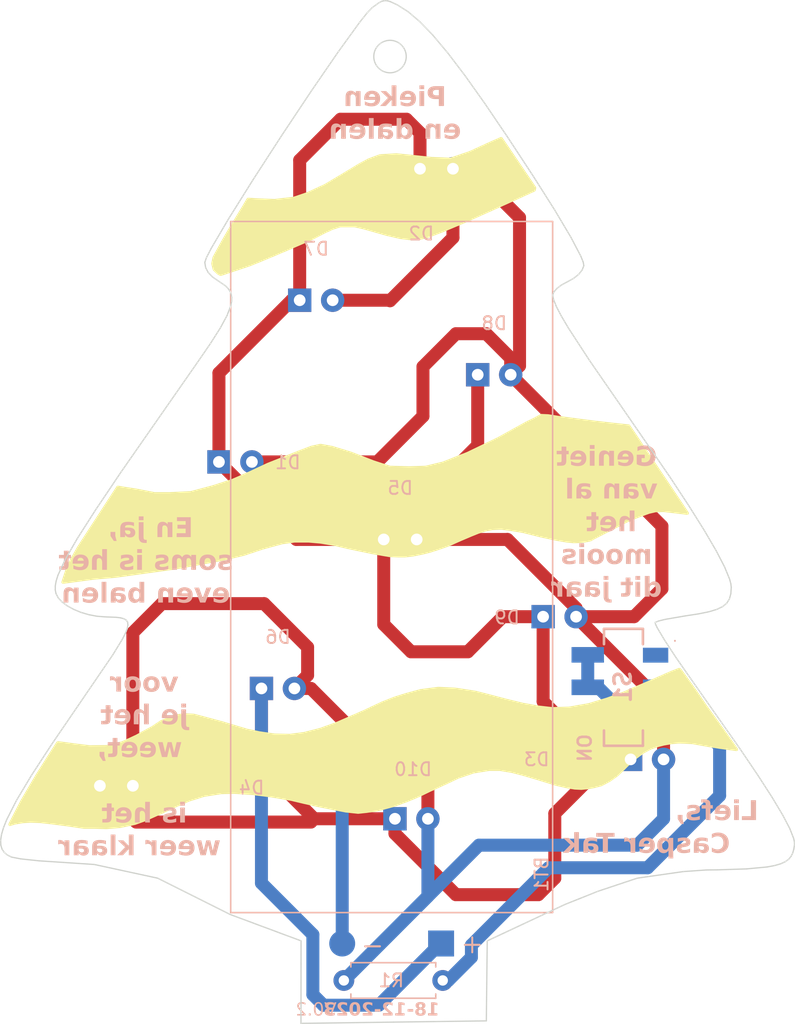
<source format=kicad_pcb>
(kicad_pcb (version 20221018) (generator pcbnew)
  (title_block (title "Christmas tree PCB") (date "2023-12-18") (rev "V0.2") (comment 1 "Casper R. Tak"))
  (layers (0 "F.Cu" signal) (31 "B.Cu" signal) (34 "B.Paste" user) (35 "F.Paste" user) (36 "B.SilkS" user "B.Silkscreen") (37 "F.SilkS" user "F.Silkscreen") (38 "B.Mask" user) (39 "F.Mask" user) (44 "Edge.Cuts" user))
  (net 0 "")
  (net 1 "Net-(BT1-+)")
  (net 2 "Net-(BT1--)")
  (net 3 "Net-(D1-A)")
  (net 4 "Net-(R1-Pad1)")
  (footprint "LED_THT:LED_D5.0mm_Clear" (layer "F.Cu") (at 126.492 78.486)
    (fp_text reference "D3" (at -7.239 0) (layer "B.SilkS") (effects (justify mirror)))
    (fp_text value "LED")
    (pad "1" thru_hole rect (at 0 0) (size 1.8 1.8) (drill 0.9) (layers "*.Cu" "*.Mask") (net 2 "Net-(BT1--)"))
    (pad "2" thru_hole circle (at 2.54 0) (size 1.8 1.8) (drill 0.9) (layers "*.Cu" "*.Mask") (net 3 "Net-(D1-A)"))
  )
  (footprint "LED_THT:LED_D5.0mm_Clear" (layer "F.Cu") (at 119.7494 67.502)
    (fp_text reference "D9" (at -2.78242 0.061984) (layer "B.SilkS") (effects (justify mirror)))
    (fp_text value "LED")
    (pad "1" thru_hole rect (at 0 0) (size 1.8 1.8) (drill 0.9) (layers "*.Cu" "*.Mask") (net 2 "Net-(BT1--)"))
    (pad "2" thru_hole circle (at 2.54 0) (size 1.8 1.8) (drill 0.9) (layers "*.Cu" "*.Mask") (net 3 "Net-(D1-A)"))
  )
  (footprint "LED_THT:LED_D5.0mm_Clear" (layer "F.Cu") (at 85.593 80.518)
    (fp_text reference "D4" (at 11.689 0.15) (layer "B.SilkS") (effects (justify mirror)))
    (fp_text value "LED")
    (pad "1" thru_hole rect (at 0 0) (size 1.8 1.8) (drill 0.9) (layers "*.Cu" "*.Mask") (net 2 "Net-(BT1--)"))
    (pad "2" thru_hole circle (at 2.54 0) (size 1.8 1.8) (drill 0.9) (layers "*.Cu" "*.Mask") (net 3 "Net-(D1-A)"))
  )
  (footprint "LED_THT:LED_D5.0mm_Clear" (layer "F.Cu") (at 98.044 73.025)
    (fp_text reference "D6" (at 1.27 -3.96) (layer "B.SilkS") (effects (justify mirror)))
    (fp_text value "LED")
    (pad "1" thru_hole rect (at 0 0) (size 1.8 1.8) (drill 0.9) (layers "*.Cu" "*.Mask") (net 2 "Net-(BT1--)"))
    (pad "2" thru_hole circle (at 2.54 0) (size 1.8 1.8) (drill 0.9) (layers "*.Cu" "*.Mask") (net 3 "Net-(D1-A)"))
  )
  (footprint "LED_THT:LED_D5.0mm_Clear" (layer "F.Cu") (at 94.7674 55.5879)
    (fp_text reference "D1" (at 5.3086 0.0381) (layer "B.SilkS") (effects (justify mirror)))
    (fp_text value "LED")
    (pad "1" thru_hole rect (at 0 0) (size 1.8 1.8) (drill 0.9) (layers "*.Cu" "*.Mask") (net 2 "Net-(BT1--)"))
    (pad "2" thru_hole circle (at 2.54 0) (size 1.8 1.8) (drill 0.9) (layers "*.Cu" "*.Mask") (net 3 "Net-(D1-A)"))
  )
  (footprint "LED_THT:LED_D5.0mm_Clear" (layer "F.Cu") (at 108.331 83.058)
    (fp_text reference "D10" (at 1.397 -3.81) (layer "B.SilkS") (effects (justify mirror)))
    (fp_text value "LED")
    (pad "1" thru_hole rect (at 0 0) (size 1.8 1.8) (drill 0.9) (layers "*.Cu" "*.Mask") (net 2 "Net-(BT1--)"))
    (pad "2" thru_hole circle (at 2.54 0) (size 1.8 1.8) (drill 0.9) (layers "*.Cu" "*.Mask") (net 3 "Net-(D1-A)"))
  )
  (footprint "LED_THT:LED_D5.0mm_Clear" (layer "F.Cu") (at 100.9904 43.1419)
    (fp_text reference "D7" (at 1.27 -3.96) (layer "B.SilkS") (effects (justify mirror)))
    (fp_text value "LED")
    (pad "1" thru_hole rect (at 0 0) (size 1.8 1.8) (drill 0.9) (layers "*.Cu" "*.Mask") (net 2 "Net-(BT1--)"))
    (pad "2" thru_hole circle (at 2.54 0) (size 1.8 1.8) (drill 0.9) (layers "*.Cu" "*.Mask") (net 3 "Net-(D1-A)"))
  )
  (footprint "LED_THT:LED_D5.0mm_Clear" (layer "F.Cu") (at 107.4674 61.5569)
    (fp_text reference "D5" (at 1.27 -3.96) (layer "B.SilkS") (effects (justify mirror)))
    (fp_text value "LED")
    (pad "1" thru_hole rect (at 0 0) (size 1.8 1.8) (drill 0.9) (layers "*.Cu" "*.Mask") (net 2 "Net-(BT1--)"))
    (pad "2" thru_hole circle (at 2.54 0) (size 1.8 1.8) (drill 0.9) (layers "*.Cu" "*.Mask") (net 3 "Net-(D1-A)"))
  )
  (footprint "LED_THT:LED_D5.0mm_Clear" (layer "F.Cu") (at 110.2614 33.02)
    (fp_text reference "D2" (at 0.1016 4.9911) (layer "B.SilkS") (effects (justify mirror)))
    (fp_text value "LED")
    (pad "1" thru_hole rect (at 0 0) (size 1.8 1.8) (drill 0.9) (layers "*.Cu" "*.Mask") (net 2 "Net-(BT1--)"))
    (pad "2" thru_hole circle (at 2.54 0) (size 1.8 1.8) (drill 0.9) (layers "*.Cu" "*.Mask") (net 3 "Net-(D1-A)"))
  )
  (footprint "LED_THT:LED_D5.0mm_Clear" (layer "F.Cu") (at 114.7094 48.877)
    (fp_text reference "D8" (at 1.27 -3.96) (layer "B.SilkS") (effects (justify mirror)))
    (fp_text value "LED")
    (pad "1" thru_hole rect (at 0 0) (size 1.8 1.8) (drill 0.9) (layers "*.Cu" "*.Mask") (net 2 "Net-(BT1--)"))
    (pad "2" thru_hole circle (at 2.54 0) (size 1.8 1.8) (drill 0.9) (layers "*.Cu" "*.Mask") (net 3 "Net-(D1-A)"))
  )
  (footprint "Battery:BatteryHolder_Keystone_2468_2xAAA" (layer "B.Cu") (at 114.427 87.5792 90)
    (fp_text reference "BT1" (at 0.254 5.207 270) (layer "B.SilkS") (effects (justify mirror)))
    (fp_text value "Battery" hide)
    (fp_text user "-" (at -5.1816 -7.8232) (layer "B.SilkS") (effects (font (size 1.5 1.5)) (justify mirror)))
    (fp_text user "+" (at -5.1816 -0.254 270) (layer "B.SilkS") (effects (font (size 1.5 1.5)) (justify mirror)))
    (fp_text user "-" (at -5.1816 -7.8232) (layer "B.SilkS") (effects (font (size 1.5 1.5)) (justify mirror)))
    (fp_text user "+" (at -5.1816 -0.254 270) (layer "B.SilkS") (effects (font (size 1.5 1.5)) (justify mirror)))
    (fp_line (start -2.7 -18.755) (end 50.5 -18.755) (stroke (width 0.12)) (layer "B.SilkS"))
    (fp_line (start -2.7 6.05) (end -2.7 -18.75) (stroke (width 0.12)) (layer "B.SilkS"))
    (fp_line (start 50.5 -18.75) (end 50.5 6.05) (stroke (width 0.12)) (layer "B.SilkS"))
    (fp_line (start 50.5 6.055) (end -2.7 6.055) (stroke (width 0.12)) (layer "B.SilkS"))
    (pad "1" smd rect (at -5.08 -2.54 90) (size 2 2) (layers "B.Cu" "B.Paste" "B.Mask") (net 2 "Net-(BT1--)"))
    (pad "2" smd circle (at -5.08 -10.16 90) (size 2 2) (layers "B.Cu" "B.Paste" "B.Mask") (net 1 "Net-(BT1-+)"))
  )
  (footprint "SamacSys_Parts:JS202011SCQN" (layer "B.Cu") (at 125.94 72.938 -90)
    (fp_text reference "S1" (at -0.04 0.044 90) (layer "B.SilkS") (effects (font (size 1.27 1.27) (thickness 0.254)) (justify mirror)))
    (fp_text value "JS202011SCQN" hide)
    (fp_line (start -4.5 -1.5) (end -3.323 -1.5) (stroke (width 0.2)) (layer "B.SilkS"))
    (fp_line (start -4.5 1.5) (end -4.5 -1.5) (stroke (width 0.2)) (layer "B.SilkS"))
    (fp_line (start -4.5 1.5) (end -3.323 1.5) (stroke (width 0.2)) (layer "B.SilkS"))
    (fp_line (start -3.614 -3.968) (end -3.614 -3.968) (stroke (width 0.07159)) (layer "B.SilkS"))
    (fp_line (start -3.542 -3.968) (end -3.542 -3.968) (stroke (width 0.07159)) (layer "B.SilkS"))
    (fp_line (start 4.5 -1.5) (end 3.323 -1.5) (stroke (width 0.2)) (layer "B.SilkS"))
    (fp_line (start 4.5 -1.5) (end 4.5 1.5) (stroke (width 0.2)) (layer "B.SilkS"))
    (fp_line (start 4.5 1.5) (end 3.323 1.5) (stroke (width 0.2)) (layer "B.SilkS"))
    (fp_arc (start -3.614 -3.968) (mid -3.578 -4.004) (end -3.542 -3.968) (stroke (width 0.07159)) (layer "B.SilkS"))
    (fp_arc (start -3.542 -3.968) (mid -3.578 -3.932) (end -3.614 -3.968) (stroke (width 0.07159)) (layer "B.SilkS"))
    (pad "1" smd rect (at -2.474 -2.4772 270) (size 1.148 1.9544) (layers "B.Cu" "B.Paste" "B.Mask"))
    (pad "2" smd rect (at 0 -2.75 270) (size 1.2 2.5) (layers "B.Cu" "B.Paste" "B.Mask"))
    (pad "3" smd rect (at 2.5 -2.75 270) (size 1.2 2.5) (layers "B.Cu" "B.Paste" "B.Mask"))
    (pad "4" smd rect (at 2.5 2.75 270) (size 1.2 2.5) (layers "B.Cu" "B.Paste" "B.Mask") (net 1 "Net-(BT1-+)"))
    (pad "5" smd rect (at 0 2.75 270) (size 1.2 2.5) (layers "B.Cu" "B.Paste" "B.Mask") (net 4 "Net-(R1-Pad1)"))
    (pad "6" smd rect (at -2.5 2.75 270) (size 1.2 2.5) (layers "B.Cu" "B.Paste" "B.Mask") (net 4 "Net-(R1-Pad1)"))
  )
  (footprint "Resistor_THT:R_Axial_DIN0207_L6.3mm_D2.5mm_P7.62mm_Horizontal" (layer "B.Cu") (at 112.014 95.504 180)
    (fp_text reference "R1" (at 3.9624 0) (layer "B.SilkS") (effects (justify mirror)))
    (fp_text value "0")
    (fp_line (start 0.54 -1.37) (end 7.08 -1.37) (stroke (width 0.12)) (layer "B.SilkS"))
    (fp_line (start 0.54 -1.04) (end 0.54 -1.37) (stroke (width 0.12)) (layer "B.SilkS"))
    (fp_line (start 0.54 1.04) (end 0.54 1.37) (stroke (width 0.12)) (layer "B.SilkS"))
    (fp_line (start 0.54 1.37) (end 7.08 1.37) (stroke (width 0.12)) (layer "B.SilkS"))
    (fp_line (start 7.08 -1.37) (end 7.08 -1.04) (stroke (width 0.12)) (layer "B.SilkS"))
    (fp_line (start 7.08 1.37) (end 7.08 1.04) (stroke (width 0.12)) (layer "B.SilkS"))
    (pad "1" thru_hole circle (at 0 0 180) (size 1.6 1.6) (drill 0.8) (layers "*.Cu" "*.Mask") (net 4 "Net-(R1-Pad1)"))
    (pad "2" thru_hole oval (at 7.62 0 180) (size 1.6 1.6) (drill 0.8) (layers "*.Cu" "*.Mask") (net 3 "Net-(D1-A)"))
  )
  (gr_line (start 107.517155 20.080809) (end 107.718021 20.085205) (stroke (width 0.1)) (layer "Edge.Cuts"))
  (gr_line (start 115.373525 98.615004) (end 108.229775 98.710505) (stroke (width 0.1)) (layer "Edge.Cuts"))
  (gr_line (start 137.016199 86.76667) (end 135.434568 86.915738) (stroke (width 0.1)) (layer "Edge.Cuts"))
  (gr_line (start 86.85029 67.548731) (end 85.993447 67.516543) (stroke (width 0.1)) (layer "Edge.Cuts"))
  (gr_line (start 122.652776 39.747479) (end 122.839028 40.209685) (stroke (width 0.1)) (layer "Edge.Cuts"))
  (gr_line (start 133.73338 63.670672) (end 134.119449 64.608967) (stroke (width 0.1)) (layer "Edge.Cuts"))
  (gr_line (start 95.269146 42.033181) (end 94.733796 41.667183) (stroke (width 0.1)) (layer "Edge.Cuts"))
  (gr_line (start 95.747545 43.221208) (end 95.755169 42.933175) (stroke (width 0.1)) (layer "Edge.Cuts"))
  (gr_line (start 79.513647 86.148962) (end 78.786262 86.008245) (stroke (width 0.1)) (layer "Edge.Cuts"))
  (gr_line (start 84.734574 67.346988) (end 84.134238 67.169252) (stroke (width 0.1)) (layer "Edge.Cuts"))
  (gr_line (start 107.718021 20.085205) (end 107.938793 20.141735) (stroke (width 0.1)) (layer "Edge.Cuts"))
  (gr_line (start 138.986479 85.689199) (end 138.859415 85.947523) (stroke (width 0.1)) (layer "Edge.Cuts"))
  (gr_line (start 83.090232 66.674524) (end 82.685947 66.376195) (stroke (width 0.1)) (layer "Edge.Cuts"))
  (gr_line (start 132.334 86.998079) (end 130.556 87.122) (stroke (width 0.1)) (layer "Edge.Cuts"))
  (gr_line (start 87.727433 67.919845) (end 87.620352 67.76372) (stroke (width 0.1)) (layer "Edge.Cuts"))
  (gr_line (start 134.247136 65.24431) (end 134.215965 65.730494) (stroke (width 0.1)) (layer "Edge.Cuts"))
  (gr_line (start 125.73843 51.26398) (end 129.515102 56.739782) (stroke (width 0.1)) (layer "Edge.Cuts"))
  (gr_line (start 120.779001 43.645214) (end 121.155962 44.36525) (stroke (width 0.1)) (layer "Edge.Cuts"))
  (gr_line (start 138.408814 86.362944) (end 138.055206 86.524529) (stroke (width 0.1)) (layer "Edge.Cuts"))
  (gr_line (start 94.871891 45.279882) (end 95.39468 44.313487) (stroke (width 0.1)) (layer "Edge.Cuts"))
  (gr_line (start 134.119449 64.608967) (end 134.215309 64.964045) (stroke (width 0.1)) (layer "Edge.Cuts"))
  (gr_line (start 80.324816 79.706022) (end 81.893004 77.304402) (stroke (width 0.1)) (layer "Edge.Cuts"))
  (gr_line (start 133.586126 66.723865) (end 133.129796 66.942146) (stroke (width 0.1)) (layer "Edge.Cuts"))
  (gr_line (start 79.17146 81.630447) (end 80.324816 79.706022) (stroke (width 0.1)) (layer "Edge.Cuts"))
  (gr_line (start 122.839028 40.209685) (end 122.88625 40.479702) (stroke (width 0.1)) (layer "Edge.Cuts"))
  (gr_line (start 113.737283 25.861279) (end 115.246459 27.982725) (stroke (width 0.1)) (layer "Edge.Cuts"))
  (gr_line (start 78.40891 83.132352) (end 79.17146 81.630447) (stroke (width 0.1)) (layer "Edge.Cuts"))
  (gr_line (start 139.053337 84.562717) (end 139.114111 84.841875) (stroke (width 0.1)) (layer "Edge.Cuts"))
  (gr_line (start 128.407076 68.06844) (end 128.541553 68.352071) (stroke (width 0.1)) (layer "Edge.Cuts"))
  (gr_line (start 95.631 90.424) (end 90.043 87.63) (stroke (width 0.1)) (layer "Edge.Cuts"))
  (gr_line (start 82.362486 64.307824) (end 82.902586 63.133449) (stroke (width 0.1)) (layer "Edge.Cuts"))
  (gr_line (start 129.166681 67.704582) (end 128.640134 67.834991) (stroke (width 0.1)) (layer "Edge.Cuts"))
  (gr_line (start 101.094987 92.456) (end 95.631 90.424) (stroke (width 0.1)) (layer "Edge.Cuts"))
  (gr_line (start 134.215965 65.730494) (end 134.108928 66.130705) (stroke (width 0.1)) (layer "Edge.Cuts"))
  (gr_line (start 84.134238 67.169252) (end 83.57956 66.941987) (stroke (width 0.1)) (layer "Edge.Cuts"))
  (gr_line (start 139.114111 84.841875) (end 139.119308 85.0601) (stroke (width 0.1)) (layer "Edge.Cuts"))
  (gr_line (start 121.412 89.662) (end 115.443 92.456) (stroke (width 0.1)) (layer "Edge.Cuts"))
  (gr_line (start 122.49061 41.1468) (end 122.1066 41.456702) (stroke (width 0.1)) (layer "Edge.Cuts"))
  (gr_line (start 93.091017 47.957394) (end 94.10735 46.481702) (stroke (width 0.1)) (layer "Edge.Cuts"))
  (gr_line (start 129.515102 56.739782) (end 130.979791 58.96398) (stroke (width 0.1)) (layer "Edge.Cuts"))
  (gr_line (start 139.068098 85.39414) (end 138.986479 85.689199) (stroke (width 0.1)) (layer "Edge.Cuts"))
  (gr_line (start 135.434568 86.915738) (end 133.190033 86.989686) (stroke (width 0.1)) (layer "Edge.Cuts"))
  (gr_line (start 132.516469 67.125115) (end 131.725863 67.285438) (stroke (width 0.1)) (layer "Edge.Cuts"))
  (gr_line (start 87.32627 69.233369) (end 87.557093 68.781631) (stroke (width 0.1)) (layer "Edge.Cuts"))
  (gr_line (start 138.211242 82.767612) (end 138.75641 83.807774) (stroke (width 0.1)) (layer "Edge.Cuts"))
  (gr_line (start 106.569042 20.623574) (end 107.106398 20.23622) (stroke (width 0.1)) (layer "Edge.Cuts"))
  (gr_line (start 85.993447 67.516543) (end 85.360874 67.465862) (stroke (width 0.1)) (layer "Edge.Cuts"))
  (gr_line (start 131.725863 67.285438) (end 130.737695 67.435779) (stroke (width 0.1)) (layer "Edge.Cuts"))
  (gr_line (start 108.508797 20.403393) (end 109.342444 20.930297) (stroke (width 0.1)) (layer "Edge.Cuts"))
  (gr_line (start 87.436432 67.656494) (end 87.178726 67.588165) (stroke (width 0.1)) (layer "Edge.Cuts"))
  (gr_line (start 107.319009 20.130497) (end 107.517155 20.080809) (stroke (width 0.1)) (layer "Edge.Cuts"))
  (gr_line (start 80.912621 86.295416) (end 79.513647 86.148962) (stroke (width 0.1)) (layer "Edge.Cuts"))
  (gr_line (start 85.267149 59.272063) (end 87.233761 56.352918) (stroke (width 0.1)) (layer "Edge.Cuts"))
  (gr_line (start 93.940494 41.007503) (end 93.743241 40.633823) (stroke (width 0.1)) (layer "Edge.Cuts"))
  (gr_line (start 122.75971 40.812035) (end 122.49061 41.1468) (stroke (width 0.1)) (layer "Edge.Cuts"))
  (gr_line (start 93.807411 39.855057) (end 94.175399 39.142082) (stroke (width 0.1)) (layer "Edge.Cuts"))
  (gr_line (start 87.178726 67.588165) (end 86.85029 67.548731) (stroke (width 0.1)) (layer "Edge.Cuts"))
  (gr_line (start 95.709886 42.675162) (end 95.612951 42.442362) (stroke (width 0.1)) (layer "Edge.Cuts"))
  (gr_line (start 82.902586 63.133449) (end 83.847116 61.493551) (stroke (width 0.1)) (layer "Edge.Cuts"))
  (gr_line (start 130.979791 58.96398) (end 132.16806 60.855588) (stroke (width 0.1)) (layer "Edge.Cuts"))
  (gr_line (start 78.01314 84.266409) (end 78.166679 83.741944) (stroke (width 0.1)) (layer "Edge.Cuts"))
  (gr_line (start 136.307033 79.721001) (end 137.400545 81.414574) (stroke (width 0.1)) (layer "Edge.Cuts"))
  (gr_line (start 133.129796 66.942146) (end 132.516469 67.125115) (stroke (width 0.1)) (layer "Edge.Cuts"))
  (gr_line (start 139.119308 85.0601) (end 139.068098 85.39414) (stroke (width 0.1)) (layer "Edge.Cuts"))
  (gr_line (start 82.221887 64.75671) (end 82.362486 64.307824) (stroke (width 0.1)) (layer "Edge.Cuts"))
  (gr_line (start 97.395174 33.867902) (end 99.609344 30.453326) (stroke (width 0.1)) (layer "Edge.Cuts"))
  (gr_line (start 95.465619 42.229971) (end 95.269146 42.033181) (stroke (width 0.1)) (layer "Edge.Cuts"))
  (gr_line (start 94.175399 39.142082) (end 95.499209 36.892893) (stroke (width 0.1)) (layer "Edge.Cuts"))
  (gr_line (start 130.016249 70.685711) (end 131.156738 72.320501) (stroke (width 0.1)) (layer "Edge.Cuts"))
  (gr_line (start 109.342444 20.930297) (end 110.253035 21.702966) (stroke (width 0.1)) (layer "Edge.Cuts"))
  (gr_line (start 134.913419 77.659237) (end 136.307033 79.721001) (stroke (width 0.1)) (layer "Edge.Cuts"))
  (gr_line (start 87.698858 68.418799) (end 87.75462 68.134871) (stroke (width 0.1)) (layer "Edge.Cuts"))
  (gr_line (start 123.328007 47.783245) (end 125.73843 51.26398) (stroke (width 0.1)) (layer "Edge.Cuts"))
  (gr_line (start 130.556 87.122) (end 127 87.63) (stroke (width 0.1)) (layer "Edge.Cuts"))
  (gr_line (start 95.612951 42.442362) (end 95.465619 42.229971) (stroke (width 0.1)) (layer "Edge.Cuts"))
  (gr_line (start 85.360874 67.465862) (end 84.734574 67.346988) (stroke (width 0.1)) (layer "Edge.Cuts"))
  (gr_line (start 78.470715 85.851025) (end 78.225842 85.649682) (stroke (width 0.1)) (layer "Edge.Cuts"))
  (gr_line (start 86.58523 70.443568) (end 87.32627 69.233369) (stroke (width 0.1)) (layer "Edge.Cuts"))
  (gr_line (start 93.743241 40.633823) (end 93.677695 40.22925) (stroke (width 0.1)) (layer "Edge.Cuts"))
  (gr_line (start 131.156738 72.320501) (end 134.913419 77.659237) (stroke (width 0.1)) (layer "Edge.Cuts"))
  (gr_line (start 81.893004 77.304402) (end 83.90005 74.370914) (stroke (width 0.1)) (layer "Edge.Cuts"))
  (gr_line (start 129.114248 69.314996) (end 130.016249 70.685711) (stroke (width 0.1)) (layer "Edge.Cuts"))
  (gr_line (start 128.541553 68.352071) (end 129.114248 69.314996) (stroke (width 0.1)) (layer "Edge.Cuts"))
  (gr_line (start 95.685759 43.544067) (end 95.747545 43.221208) (stroke (width 0.1)) (layer "Edge.Cuts"))
  (gr_line (start 121.635331 41.71445) (end 121.190155 41.951636) (stroke (width 0.1)) (layer "Edge.Cuts"))
  (gr_line (start 82.685947 66.376195) (end 82.386398 66.056331) (stroke (width 0.1)) (layer "Edge.Cuts"))
  (gr_line (start 134.215309 64.964045) (end 134.247136 65.24431) (stroke (width 0.1)) (layer "Edge.Cuts"))
  (gr_line (start 118.960934 33.548059) (end 120.640791 36.194551) (stroke (width 0.1)) (layer "Edge.Cuts"))
  (gr_line (start 137.400545 81.414574) (end 138.211242 82.767612) (stroke (width 0.1)) (layer "Edge.Cuts"))
  (gr_circle (center 107.95 24.384) (end 108.458 23.241) (stroke (width 0.1)) (fill none) (layer "Edge.Cuts"))
  (gr_line (start 95.499209 36.892893) (end 97.395174 33.867902) (stroke (width 0.1)) (layer "Edge.Cuts"))
  (gr_line (start 127 87.63) (end 123.952 88.646) (stroke (width 0.1)) (layer "Edge.Cuts"))
  (gr_line (start 83.90005 74.370914) (end 86.58523 70.443568) (stroke (width 0.1)) (layer "Edge.Cuts"))
  (gr_line (start 99.609344 30.453326) (end 101.887767 27.035387) (stroke (width 0.1)) (layer "Edge.Cuts"))
  (gr_line (start 83.57956 66.941987) (end 83.090232 66.674524) (stroke (width 0.1)) (layer "Edge.Cuts"))
  (gr_line (start 87.233761 56.352918) (end 93.091017 47.957394) (stroke (width 0.1)) (layer "Edge.Cuts"))
  (gr_line (start 82.211277 65.724265) (end 82.155166 65.450423) (stroke (width 0.1)) (layer "Edge.Cuts"))
  (gr_line (start 82.386398 66.056331) (end 82.211277 65.724265) (stroke (width 0.1)) (layer "Edge.Cuts"))
  (gr_line (start 87.557093 68.781631) (end 87.698858 68.418799) (stroke (width 0.1)) (layer "Edge.Cuts"))
  (gr_line (start 122.1066 41.456702) (end 121.635331 41.71445) (stroke (width 0.1)) (layer "Edge.Cuts"))
  (gr_line (start 138.75641 83.807774) (end 139.053337 84.562717) (stroke (width 0.1)) (layer "Edge.Cuts"))
  (gr_line (start 108.229775 98.710505) (end 101.086025 98.806) (stroke (width 0.1)) (layer "Edge.Cuts"))
  (gr_line (start 138.671872 86.171357) (end 138.408814 86.362944) (stroke (width 0.1)) (layer "Edge.Cuts"))
  (gr_line (start 120.825595 42.224394) (end 120.579271 42.499015) (stroke (width 0.1)) (layer "Edge.Cuts"))
  (gr_line (start 121.700133 45.284678) (end 123.328007 47.783245) (stroke (width 0.1)) (layer "Edge.Cuts"))
  (gr_line (start 115.246459 27.982725) (end 116.977982 30.532794) (stroke (width 0.1)) (layer "Edge.Cuts"))
  (gr_line (start 110.253035 21.702966) (end 111.269652 22.757972) (stroke (width 0.1)) (layer "Edge.Cuts"))
  (gr_line (start 101.887767 27.035387) (end 103.976492 24.000302) (stroke (width 0.1)) (layer "Edge.Cuts"))
  (gr_line (start 94.10735 46.481702) (end 94.871891 45.279882) (stroke (width 0.1)) (layer "Edge.Cuts"))
  (gr_line (start 101.094987 92.456) (end 101.089012 98.806) (stroke (width 0.1)) (layer "Edge.Cuts"))
  (gr_line (start 128.388982 67.94065) (end 128.407076 68.06844) (stroke (width 0.1)) (layer "Edge.Cuts"))
  (gr_line (start 134.108928 66.130705) (end 133.905742 66.457607) (stroke (width 0.1)) (layer "Edge.Cuts"))
  (gr_line (start 77.960126 85.087295) (end 77.94529 84.712582) (stroke (width 0.1)) (layer "Edge.Cuts"))
  (gr_line (start 120.640791 36.194551) (end 121.887848 38.29006) (stroke (width 0.1)) (layer "Edge.Cuts"))
  (gr_line (start 115.443 92.456) (end 115.373525 98.615004) (stroke (width 0.1)) (layer "Edge.Cuts"))
  (gr_line (start 82.155166 65.450423) (end 82.155741 65.13274) (stroke (width 0.1)) (layer "Edge.Cuts"))
  (gr_line (start 121.155962 44.36525) (end 121.700133 45.284678) (stroke (width 0.1)) (layer "Edge.Cuts"))
  (gr_line (start 120.488803 42.741789) (end 120.559773 43.109189) (stroke (width 0.1)) (layer "Edge.Cuts"))
  (gr_line (start 93.677695 40.22925) (end 93.807411 39.855057) (stroke (width 0.1)) (layer "Edge.Cuts"))
  (gr_line (start 122.88625 40.479702) (end 122.75971 40.812035) (stroke (width 0.1)) (layer "Edge.Cuts"))
  (gr_line (start 77.94529 84.712582) (end 78.01314 84.266409) (stroke (width 0.1)) (layer "Edge.Cuts"))
  (gr_line (start 121.887848 38.29006) (end 122.652776 39.747479) (stroke (width 0.1)) (layer "Edge.Cuts"))
  (gr_line (start 121.190155 41.951636) (end 120.825595 42.224394) (stroke (width 0.1)) (layer "Edge.Cuts"))
  (gr_line (start 87.75462 68.134871) (end 87.727433 67.919845) (stroke (width 0.1)) (layer "Edge.Cuts"))
  (gr_line (start 123.952 88.646) (end 121.412 89.662) (stroke (width 0.1)) (layer "Edge.Cuts"))
  (gr_line (start 132.16806 60.855588) (end 133.08442 62.422016) (stroke (width 0.1)) (layer "Edge.Cuts"))
  (gr_line (start 94.733796 41.667183) (end 94.270372 41.351539) (stroke (width 0.1)) (layer "Edge.Cuts"))
  (gr_line (start 90.043 87.63) (end 85.162473 86.576134) (stroke (width 0.1)) (layer "Edge.Cuts"))
  (gr_line (start 105.621567 21.734291) (end 106.198376 21.010382) (stroke (width 0.1)) (layer "Edge.Cuts"))
  (gr_line (start 120.559773 43.109189) (end 120.779001 43.645214) (stroke (width 0.1)) (layer "Edge.Cuts"))
  (gr_line (start 78.225842 85.649682) (end 78.054644 85.397384) (stroke (width 0.1)) (layer "Edge.Cuts"))
  (gr_line (start 116.977982 30.532794) (end 118.960934 33.548059) (stroke (width 0.1)) (layer "Edge.Cuts"))
  (gr_line (start 133.905742 66.457607) (end 133.586126 66.723865) (stroke (width 0.1)) (layer "Edge.Cuts"))
  (gr_line (start 82.155741 65.13274) (end 82.221887 64.75671) (stroke (width 0.1)) (layer "Edge.Cuts"))
  (gr_line (start 85.162473 86.576134) (end 80.912621 86.295416) (stroke (width 0.1)) (layer "Edge.Cuts"))
  (gr_line (start 106.198376 21.010382) (end 106.569042 20.623574) (stroke (width 0.1)) (layer "Edge.Cuts"))
  (gr_line (start 130.737695 67.435779) (end 129.166681 67.704582) (stroke (width 0.1)) (layer "Edge.Cuts"))
  (gr_line (start 83.847116 61.493551) (end 85.267149 59.272063) (stroke (width 0.1)) (layer "Edge.Cuts"))
  (gr_line (start 133.08442 62.422016) (end 133.73338 63.670672) (stroke (width 0.1)) (layer "Edge.Cuts"))
  (gr_line (start 128.640134 67.834991) (end 128.388982 67.94065) (stroke (width 0.1)) (layer "Edge.Cuts"))
  (gr_line (start 133.190033 86.989686) (end 132.334 86.998079) (stroke (width 0.1)) (layer "Edge.Cuts"))
  (gr_line (start 87.620352 67.76372) (end 87.436432 67.656494) (stroke (width 0.1)) (layer "Edge.Cuts"))
  (gr_line (start 138.859415 85.947523) (end 138.671872 86.171357) (stroke (width 0.1)) (layer "Edge.Cuts"))
  (gr_line (start 78.054644 85.397384) (end 77.960126 85.087295) (stroke (width 0.1)) (layer "Edge.Cuts"))
  (gr_line (start 78.786262 86.008245) (end 78.470715 85.851025) (stroke (width 0.1)) (layer "Edge.Cuts"))
  (gr_line (start 94.270372 41.351539) (end 93.940494 41.007503) (stroke (width 0.1)) (layer "Edge.Cuts"))
  (gr_line (start 107.938793 20.141735) (end 108.508797 20.403393) (stroke (width 0.1)) (layer "Edge.Cuts"))
  (gr_line (start 103.976492 24.000302) (end 105.621567 21.734291) (stroke (width 0.1)) (layer "Edge.Cuts"))
  (gr_line (start 111.269652 22.757972) (end 112.421374 24.131886) (stroke (width 0.1)) (layer "Edge.Cuts"))
  (gr_line (start 78.166679 83.741944) (end 78.40891 83.132352) (stroke (width 0.1)) (layer "Edge.Cuts"))
  (gr_line (start 112.421374 24.131886) (end 113.737283 25.861279) (stroke (width 0.1)) (layer "Edge.Cuts"))
  (gr_line (start 95.755169 42.933175) (end 95.709886 42.675162) (stroke (width 0.1)) (layer "Edge.Cuts"))
  (gr_line (start 107.106398 20.23622) (end 107.319009 20.130497) (stroke (width 0.1)) (layer "Edge.Cuts"))
  (gr_line (start 137.596013 86.658356) (end 137.016199 86.76667) (stroke (width 0.1)) (layer "Edge.Cuts"))
  (gr_line (start 120.579271 42.499015) (end 120.488803 42.741789) (stroke (width 0.1)) (layer "Edge.Cuts"))
  (gr_line (start 138.055206 86.524529) (end 137.596013 86.658356) (stroke (width 0.1)) (layer "Edge.Cuts"))
  (gr_line (start 95.39468 44.313487) (end 95.685759 43.544067) (stroke (width 0.1)) (layer "Edge.Cuts"))
  (gr_text " Geniet \nvan al \nhet \nmoois\ndit jaar" (at 124.6378 60.2996) (layer "B.SilkS") (effects (font (size 1.5 1.5) (thickness 0.3) bold) (justify mirror)))
  (gr_text "Pieken\nen dalen" (at 108.331 28.829) (layer "B.SilkS") (effects (font (size 1.5 1.5) (thickness 0.3) bold) (justify mirror)))
  (gr_text "voor \nje het \nweet,\n\nis het \nweer klaar" (at 88.646 78.9432) (layer "B.SilkS") (effects (font (size 1.5 1.5) (thickness 0.3) bold) (justify mirror)))
  (gr_text "V0.2\n" (at 103.8352 97.79) (layer "B.SilkS") (effects (font (size 1 1) (thickness 0.125)) (justify left mirror)))
  (gr_text "En ja, \nsoms is het\neven balen\n" (at 89.1286 63.2714) (layer "B.SilkS") (effects (font (size 1.5 1.5) (thickness 0.3) bold) (justify mirror)))
  (gr_text "18-12-2023\n" (at 111.76 97.79) (layer "B.SilkS") (effects (font (size 1 1) (thickness 0.2) bold) (justify left mirror)))
  (gr_text "Liefs,\n   Casper Tak\n" (at 136.3472 83.7946) (layer "B.SilkS") (effects (font (size 1.5 1.5) (thickness 0.375) bold) (justify left mirror)))
  (gr_text "ON\n" (at 123.5456 76.4286 90) (layer "B.SilkS") (effects (font (size 1 1) (thickness 0.2) bold) (justify left bottom mirror)))
  (segment (start 123.19 75.438) (end 108.2294 75.438) (width 1) (layer "B.Cu") (net 1))
  (segment (start 108.2294 75.438) (end 104.267 79.4004) (width 1) (layer "B.Cu") (net 1))
  (segment (start 104.267 79.4004) (end 104.267 92.6592) (width 1) (layer "B.Cu") (net 1))
  (segment (start 109.5756 70.2056) (end 113.9444 70.2056) (width 1) (layer "F.Cu") (net 2))
  (segment (start 88.392 83.312) (end 101.854 83.312) (width 1) (layer "F.Cu") (net 2))
  (segment (start 94.7674 48.7426) (end 94.7674 55.5879) (width 1) (layer "F.Cu") (net 2))
  (segment (start 120.65 82.6516) (end 124.8156 78.486) (width 1) (layer "F.Cu") (net 2))
  (segment (start 100.3681 43.1419) (end 94.7674 48.7426) (width 1) (layer "F.Cu") (net 2))
  (segment (start 108.331 84.201) (end 113.03 88.9) (width 1) (layer "F.Cu") (net 2))
  (segment (start 114.7094 48.877) (end 114.7094 54.3149) (width 1) (layer "F.Cu") (net 2))
  (segment (start 100.9904 43.1419) (end 100.3681 43.1419) (width 1) (layer "F.Cu") (net 2))
  (segment (start 101.854 83.312) (end 102.108 83.058) (width 1) (layer "F.Cu") (net 2))
  (segment (start 98.044 73.025) (end 98.044 78.994) (width 1) (layer "F.Cu") (net 2))
  (segment (start 85.598 80.518) (end 88.392 83.312) (width 1) (layer "F.Cu") (net 2))
  (segment (start 119.7494 74.0294) (end 119.7494 67.502) (width 1) (layer "F.Cu") (net 2))
  (segment (start 110.2614 30.2514) (end 109.22 29.21) (width 1) (layer "F.Cu") (net 2))
  (segment (start 107.4674 68.0974) (end 109.5756 70.2056) (width 1) (layer "F.Cu") (net 2))
  (segment (start 119.38 88.9) (end 120.65 87.63) (width 1) (layer "F.Cu") (net 2))
  (segment (start 126.492 78.486) (end 124.206 78.486) (width 1) (layer "F.Cu") (net 2))
  (segment (start 124.8156 78.486) (end 126.492 78.486) (width 1) (layer "F.Cu") (net 2))
  (segment (start 114.7094 54.3149) (end 107.4674 61.5569) (width 1) (layer "F.Cu") (net 2))
  (segment (start 100.9904 32.3596) (end 100.9904 43.1419) (width 1) (layer "F.Cu") (net 2))
  (segment (start 107.4674 61.5569) (end 100.7364 61.5569) (width 1) (layer "F.Cu") (net 2))
  (segment (start 120.65 87.63) (end 120.65 82.6516) (width 1) (layer "F.Cu") (net 2))
  (segment (start 113.03 88.9) (end 119.38 88.9) (width 1) (layer "F.Cu") (net 2))
  (segment (start 108.331 83.058) (end 108.331 84.201) (width 1) (layer "F.Cu") (net 2))
  (segment (start 113.9444 70.2056) (end 116.648 67.502) (width 1) (layer "F.Cu") (net 2))
  (segment (start 107.4674 61.5569) (end 107.4674 68.0974) (width 1) (layer "F.Cu") (net 2))
  (segment (start 85.593 80.518) (end 85.598 80.518) (width 1) (layer "F.Cu") (net 2))
  (segment (start 116.648 67.502) (end 119.7494 67.502) (width 1) (layer "F.Cu") (net 2))
  (segment (start 98.044 78.994) (end 102.108 83.058) (width 1) (layer "F.Cu") (net 2))
  (segment (start 110.2614 33.02) (end 110.2614 30.2514) (width 1) (layer "F.Cu") (net 2))
  (segment (start 109.22 29.21) (end 104.14 29.21) (width 1) (layer "F.Cu") (net 2))
  (segment (start 104.14 29.21) (end 100.9904 32.3596) (width 1) (layer "F.Cu") (net 2))
  (segment (start 102.108 83.058) (end 108.331 83.058) (width 1) (layer "F.Cu") (net 2))
  (segment (start 100.7364 61.5569) (end 94.7674 55.5879) (width 1) (layer "F.Cu") (net 2))
  (segment (start 124.206 78.486) (end 119.7494 74.0294) (width 1) (layer "F.Cu") (net 2))
  (segment (start 111.887 92.6592) (end 111.8362 92.6592) (width 1) (layer "B.Cu") (net 2))
  (segment (start 102.0064 96.5962) (end 102.0064 91.9734) (width 1) (layer "B.Cu") (net 2))
  (segment (start 102.8192 97.409) (end 102.0064 96.5962) (width 1) (layer "B.Cu") (net 2))
  (segment (start 111.8108 92.6592) (end 111.887 92.6592) (width 1) (layer "B.Cu") (net 2))
  (segment (start 107.0864 97.409) (end 102.8192 97.409) (width 1) (layer "B.Cu") (net 2))
  (segment (start 102.0064 91.9734) (end 98.044 88.011) (width 1) (layer "B.Cu") (net 2))
  (segment (start 98.044 88.011) (end 98.044 73.025) (width 1) (layer "B.Cu") (net 2))
  (segment (start 111.8362 92.6592) (end 107.0864 97.409) (width 1) (layer "B.Cu") (net 2))
  (segment (start 110.871 79.121) (end 110.871 83.058) (width 1) (layer "F.Cu") (net 3))
  (segment (start 105.031792 76.2) (end 107.95 76.2) (width 1) (layer "F.Cu") (net 3))
  (segment (start 90.365314 66.4972) (end 98.2472 66.4972) (width 1) (layer "F.Cu") (net 3))
  (segment (start 128.905 60.5326) (end 128.905 65.3542) (width 1) (layer "F.Cu") (net 3))
  (segment (start 114.173 33.02) (end 117.9322 36.7792) (width 1) (layer "F.Cu") (net 3))
  (segment (start 107.9119 43.1419) (end 103.5304 43.1419) (width 1) (layer "F.Cu") (net 3))
  (segment (start 112.8014 33.02) (end 112.8014 38.3286) (width 1) (layer "F.Cu") (net 3))
  (segment (start 126.7572 67.502) (end 122.2894 67.502) (width 1) (layer "F.Cu") (net 3))
  (segment (start 112.8014 33.02) (end 114.173 33.02) (width 1) (layer "F.Cu") (net 3))
  (segment (start 110.0074 61.5569) (end 117.0043 61.5569) (width 1) (layer "F.Cu") (net 3))
  (segment (start 98.2472 66.4972) (end 101.6 69.85) (width 1) (layer "F.Cu") (net 3))
  (segment (start 110.49 52.07) (end 110.49 48.26) (width 1) (layer "F.Cu") (net 3))
  (segment (start 101.856792 73.025) (end 105.031792 76.2) (width 1) (layer "F.Cu") (net 3))
  (segment (start 101.6 69.85) (end 101.6 72.009) (width 1) (layer "F.Cu") (net 3))
  (segment (start 107.95 76.2) (end 110.871 79.121) (width 1) (layer "F.Cu") (net 3))
  (segment (start 100.584 73.025) (end 101.856792 73.025) (width 1) (layer "F.Cu") (net 3))
  (segment (start 129.032 74.2446) (end 129.032 78.486) (width 1) (layer "F.Cu") (net 3))
  (segment (start 117.2494 47.604208) (end 117.2494 48.877) (width 1) (layer "F.Cu") (net 3))
  (segment (start 88.133 68.729514) (end 90.365314 66.4972) (width 1) (layer "F.Cu") (net 3))
  (segment (start 117.9322 48.1942) (end 117.2494 48.877) (width 1) (layer "F.Cu") (net 3))
  (segment (start 107.95 43.18) (end 107.9119 43.1419) (width 1) (layer "F.Cu") (net 3))
  (segment (start 106.9721 55.5879) (end 110.49 52.07) (width 1) (layer "F.Cu") (net 3))
  (segment (start 115.365192 45.72) (end 117.2494 47.604208) (width 1) (layer "F.Cu") (net 3))
  (segment (start 122.2894 67.502) (end 129.032 74.2446) (width 1) (layer "F.Cu") (net 3))
  (segment (start 122.2894 66.842) (end 122.2894 67.502) (width 1) (layer "F.Cu") (net 3))
  (segment (start 101.6 72.009) (end 100.584 73.025) (width 1) (layer "F.Cu") (net 3))
  (segment (start 113.03 45.72) (end 115.365192 45.72) (width 1) (layer "F.Cu") (net 3))
  (segment (start 88.133 80.518) (end 88.133 68.729514) (width 1) (layer "F.Cu") (net 3))
  (segment (start 110.49 48.26) (end 113.03 45.72) (width 1) (layer "F.Cu") (net 3))
  (segment (start 97.3074 55.5879) (end 106.9721 55.5879) (width 1) (layer "F.Cu") (net 3))
  (segment (start 112.8014 38.3286) (end 107.95 43.18) (width 1) (layer "F.Cu") (net 3))
  (segment (start 117.0043 61.5569) (end 122.2894 66.842) (width 1) (layer "F.Cu") (net 3))
  (segment (start 117.2494 48.877) (end 128.905 60.5326) (width 1) (layer "F.Cu") (net 3))
  (segment (start 128.905 65.3542) (end 126.7572 67.502) (width 1) (layer "F.Cu") (net 3))
  (segment (start 117.9322 36.7792) (end 117.9322 48.1942) (width 1) (layer "F.Cu") (net 3))
  (segment (start 127 85.09) (end 129.032 83.058) (width 1) (layer "B.Cu") (net 3))
  (segment (start 114.808 85.09) (end 127 85.09) (width 1) (layer "B.Cu") (net 3))
  (segment (start 104.394 95.504) (end 110.871 89.027) (width 1) (layer "B.Cu") (net 3))
  (segment (start 110.871 89.027) (end 110.871 83.058) (width 1) (layer "B.Cu") (net 3))
  (segment (start 104.394 95.504) (end 114.808 85.09) (width 1) (layer "B.Cu") (net 3))
  (segment (start 129.032 83.058) (end 129.032 78.486) (width 1) (layer "B.Cu") (net 3))
  (segment (start 120.180923 86.829077) (end 127.800923 86.829077) (width 1) (layer "B.Cu") (net 4))
  (segment (start 125.73 75.5904) (end 125.73 74.676) (width 1) (layer "B.Cu") (net 4))
  (segment (start 132.618 76.738) (end 126.8776 76.738) (width 1) (layer "B.Cu") (net 4))
  (segment (start 114.2238 92.7862) (end 120.180923 86.829077) (width 1) (layer "B.Cu") (net 4))
  (segment (start 123.992 72.938) (end 123.19 72.938) (width 1) (layer "B.Cu") (net 4))
  (segment (start 123.19 70.438) (end 123.19 72.938) (width 1) (layer "B.Cu") (net 4))
  (segment (start 112.014 95.504) (end 112.4422 95.504) (width 1) (layer "B.Cu") (net 4))
  (segment (start 114.2238 93.7224) (end 114.2238 92.7862) (width 1) (layer "B.Cu") (net 4))
  (segment (start 126.8776 76.738) (end 125.73 75.5904) (width 1) (layer "B.Cu") (net 4))
  (segment (start 133.35 81.28) (end 133.35 77.47) (width 1) (layer "B.Cu") (net 4))
  (segment (start 133.35 77.47) (end 132.618 76.738) (width 1) (layer "B.Cu") (net 4))
  (segment (start 127.800923 86.829077) (end 133.35 81.28) (width 1) (layer "B.Cu") (net 4))
  (segment (start 125.73 74.676) (end 123.992 72.938) (width 1) (layer "B.Cu") (net 4))
  (segment (start 112.4422 95.504) (end 114.2238 93.7224) (width 1) (layer "B.Cu") (net 4))
  (zone (net 0) (net_name "") (layer "F.SilkS") (connect_pads (clearance 0.508)) (min_thickness 0.254) (fill yes (thermal_gap 0.508) (thermal_bridge_width 0.508))
    (polygon (pts (xy 82.6135 64.8589) (xy 82.9564 63.8302) (xy 83.2993 63.0809) (xy 83.8327 62.1411) (xy 86.9188 57.404) (xy 87.5284 57.5056) (xy 88.4428 57.6453) (xy 89.8017 57.912) (xy 90.9574 57.912) (xy 92.583 57.8358) (xy 94.2594 57.3913) (xy 95.7199 56.9214) (xy 96.9518 56.388) (xy 98.4758 55.6768) (xy 100.8634 54.7243) (xy 101.8794 54.3433) (xy 102.5906 54.1909) (xy 103.505 54.356) (xy 104.9655 54.8005) (xy 106.7054 55.4736) (xy 107.95 55.88) (xy 109.4359 55.9181) (xy 110.6932 55.88) (xy 112.014 55.5625) (xy 113.8809 54.8259) (xy 116.2812 53.6702) (xy 118.4148 52.4891) (xy 119.0498 52.1843) (xy 119.5832 51.8922) (xy 120.142 51.9176) (xy 120.9548 52.0446) (xy 122.3645 52.2351) (xy 123.7742 52.4129) (xy 125.222 52.578) (xy 126.4158 52.705) (xy 131.0513 59.6011) (xy 130.9497 59.6773) (xy 130.0353 59.563) (xy 129.032 59.4487) (xy 128.4351 59.4614) (xy 127.9398 59.5757) (xy 127.2667 59.817) (xy 126.4285 60.1472) (xy 125.4633 60.6425) (xy 124.4219 61.1759) (xy 123.7234 61.5315) (xy 123.444 61.6966) (xy 123.0249 61.7855) (xy 122.5804 61.8363) (xy 122.0978 61.849) (xy 121.5771 61.7982) (xy 120.7516 61.6585) (xy 119.5197 61.3918) (xy 118.1989 61.0616) (xy 117.3734 60.9219) (xy 116.5479 60.8076) (xy 115.8621 60.833) (xy 115.2906 60.9473) (xy 114.7826 61.1124) (xy 114.2746 61.3156) (xy 113.4364 61.6712) (xy 112.522 62.0776) (xy 111.8108 62.3316) (xy 111.0615 62.5729) (xy 110.5662 62.6999) (xy 109.7661 62.865) (xy 109.1184 62.9412) (xy 108.5596 62.9412) (xy 107.9119 62.9158) (xy 107.4547 62.8396) (xy 106.5784 62.6872) (xy 105.7783 62.5221) (xy 104.6861 62.2935) (xy 103.6701 62.0522) (xy 102.5652 61.8744) (xy 101.6889 61.7982) (xy 100.584 61.7982) (xy 99.6569 61.9252) (xy 98.1583 62.3316) (xy 96.7105 62.8142) (xy 95.0214 63.2079) (xy 91.4146 63.8683) (xy 86.8426 64.5033) (xy 85.1027 64.6557) (xy 82.7532 64.9732) (xy 82.6135 64.9605) (xy 82.6008 64.9097)))
  )
  (zone (net 0) (net_name "") (layer "F.SilkS") (connect_pads (clearance 0.508)) (min_thickness 0.254) (fill yes (thermal_gap 0.508) (thermal_bridge_width 0.508))
    (polygon (pts (xy 94.6404 41.148) (xy 94.2975 40.8305) (xy 94.1705 40.3225) (xy 94.2721 39.8272) (xy 94.9833 38.5318) (xy 95.4913 37.6555) (xy 96.5327 35.9537) (xy 96.9518 35.2425) (xy 97.7265 35.2933) (xy 99.0473 35.3441) (xy 100.5078 35.179) (xy 101.5873 34.8107) (xy 102.9081 34.2011) (xy 104.2289 33.4137) (xy 105.5497 32.6136) (xy 106.2609 32.2326) (xy 107.1626 31.9024) (xy 108.458 31.8262) (xy 109.5502 31.9405) (xy 111.1377 32.1056) (xy 112.5855 32.1691) (xy 114.0714 31.6611) (xy 115.57 30.9753) (xy 116.5606 30.5435) (xy 119.2276 34.4678) (xy 119.1641 34.7472) (xy 117.0686 35.6997) (xy 113.665 37.2237) (xy 112.0902 37.8841) (xy 110.8964 38.3413) (xy 110.2614 38.4937) (xy 109.601 38.5318) (xy 108.7374 38.4302) (xy 107.6833 38.1889) (xy 105.9434 37.6936) (xy 105.2068 37.5285) (xy 104.7623 37.5285) (xy 104.1273 37.5285) (xy 103.5431 37.719) (xy 102.9335 37.9984) (xy 101.981 38.4937) (xy 100.457 39.1541) (xy 98.7806 39.8653) (xy 97.2439 40.5003) (xy 94.8817 41.2877)))
  )
  (zone (net 0) (net_name "") (layer "F.SilkS") (connect_pads (clearance 0.508)) (min_thickness 0.254) (fill yes (thermal_gap 0.508) (thermal_bridge_width 0.508))
    (polygon (pts (xy 78.5114 83.5152) (xy 79.4766 81.6483) (xy 80.6577 79.6417) (xy 82.2579 77.1271) (xy 82.296 77.0763) (xy 82.7278 77.1271) (xy 83.566 77.2414) (xy 84.7852 77.3938) (xy 86.0806 77.3811) (xy 87.2744 77.1017) (xy 88.3412 76.6064) (xy 89.5858 75.9333) (xy 90.2716 75.4761) (xy 91.2876 75.057) (xy 92.075 74.93) (xy 92.837 74.9681) (xy 93.6117 75.1713) (xy 95.0341 75.5523) (xy 96.9391 76.1238) (xy 97.917 76.327) (xy 99.06 76.4921) (xy 100.2157 76.5175) (xy 101.3079 76.3778) (xy 102.5652 76.0603) (xy 103.759 75.6285) (xy 105.918 74.6887) (xy 107.3277 74.0283) (xy 108.2294 73.6727) (xy 109.1184 73.3933) (xy 110.2868 73.0758) (xy 111.6711 72.898) (xy 112.9792 72.9615) (xy 114.554 73.2028) (xy 115.6462 73.4822) (xy 116.9035 73.8124) (xy 118.2116 74.1299) (xy 119.3292 74.3331) (xy 120.4468 74.4601) (xy 121.7422 74.422) (xy 123.2662 74.1553) (xy 124.6759 73.7235) (xy 125.8951 73.279) (xy 127.1397 72.7456) (xy 128.3589 72.2249) (xy 129.5654 71.6915) (xy 130.2258 71.4375) (xy 130.3274 71.4502) (xy 130.4925 71.6534) (xy 131.5974 73.1901) (xy 132.334 74.2823) (xy 133.6294 76.073) (xy 134.8359 77.7621) (xy 134.8486 77.8383) (xy 134.7597 77.8637) (xy 133.35 77.6732) (xy 132.5499 77.5462) (xy 131.9149 77.4319) (xy 131.2672 77.3176) (xy 130.6068 77.2795) (xy 130.175 77.2668) (xy 129.6416 77.3176) (xy 129.0701 77.4192) (xy 128.5748 77.5462) (xy 128.0668 77.724) (xy 127.5461 78.0034) (xy 126.873 78.4987) (xy 126.365 78.9559) (xy 126.0602 79.2607) (xy 125.5268 79.7687) (xy 124.9426 80.1878) (xy 124.2822 80.5434) (xy 123.6472 80.7085) (xy 123.2027 80.7847) (xy 122.6947 80.8355) (xy 122.174 80.8101) (xy 121.5644 80.7085) (xy 120.7262 80.518) (xy 119.2784 80.0735) (xy 118.1608 79.7433) (xy 117.3226 79.5274) (xy 116.3955 79.375) (xy 115.5954 79.375) (xy 114.4143 79.5655) (xy 113.2459 79.9592) (xy 112.4204 80.3529) (xy 111.0615 80.9752) (xy 110.2741 81.3562) (xy 109.2454 81.788) (xy 108.2167 82.1563) (xy 106.934 82.4992) (xy 106.0958 82.6135) (xy 105.4862 82.677) (xy 104.5337 82.5754) (xy 103.5431 82.3849) (xy 102.2858 82.1309) (xy 101.2698 81.9023) (xy 100.3046 81.6737) (xy 98.8314 81.4197) (xy 97.3201 81.2292) (xy 95.9358 81.1403) (xy 94.9452 81.1657) (xy 93.6371 81.3689) (xy 92.5068 81.7245) (xy 91.3892 82.2071) (xy 90.4621 82.6389) (xy 89.1286 83.2358) (xy 88.3158 83.5279) (xy 87.1601 83.7692) (xy 86.106 83.8581) (xy 85.1916 83.8327) (xy 84.3661 83.8327) (xy 83.0707 83.6422) (xy 81.8896 83.4898) (xy 80.9625 83.3882) (xy 80.2386 83.3628) (xy 79.6544 83.4009) (xy 79.0448 83.5025) (xy 78.7273 83.6041) (xy 78.6003 83.6549) (xy 78.4098 83.7438) (xy 78.2828 83.8073) (xy 78.3209 83.7438) (xy 78.4352 83.6168)))
  )
)
</source>
